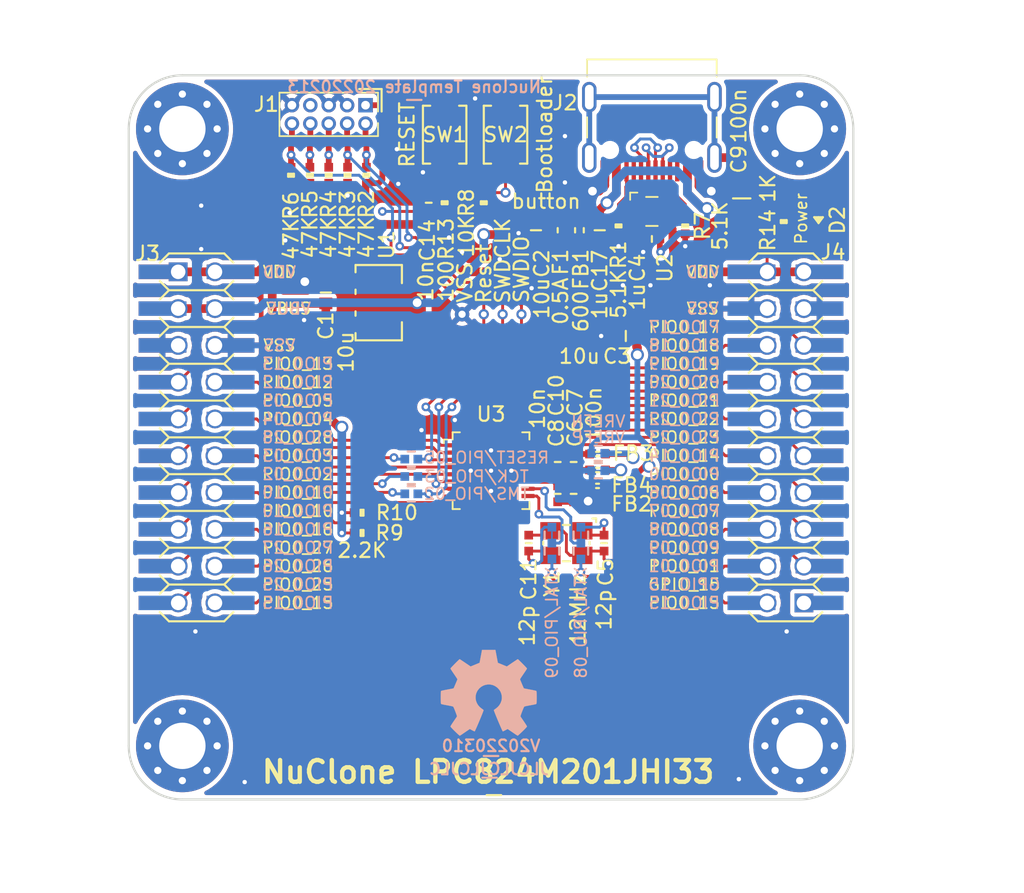
<source format=kicad_pcb>
(kicad_pcb (version 20211014) (generator pcbnew)
  (layers (0 "F.Cu" signal) (31 "B.Cu" signal) (34 "B.Paste" user) (35 "F.Paste" user) (36 "B.SilkS" user "B.Silkscreen") (37 "F.SilkS" user "F.Silkscreen") (38 "B.Mask" user) (39 "F.Mask" user) (44 "Edge.Cuts" user))
  (net 0 "")
  (net 1 "/VBUS")
  (net 2 "Net-(F1-Pad2)")
  (net 3 "/VDD")
  (net 4 "Net-(C9-Pad2)")
  (net 5 "/VSS")
  (net 7 "/GPIO_28")
  (net 8 "/GPIO_29")
  (net 9 "/TMS")
  (net 10 "/TCK")
  (net 11 "/TDO")
  (net 12 "/TDI")
  (net 13 "/RESET")
  (net 14 "Net-(R13-Pad2)")
  (net 15 "Net-(D2-Pad2)")
  (net 16 "Net-(J2-PadB5)")
  (net 19 "Net-(J2-PadA5)")
  (net 20 "/Bootloader")
  (net 21 "/GPIO_20")
  (net 22 "/GPIO_23")
  (net 23 "/GPIO_27")
  (net 24 "/GPIO_16")
  (net 25 "/GPIO_21")
  (net 26 "/GPIO_19")
  (net 27 "/GPIO_17")
  (net 28 "/GPIO_18")
  (net 29 "/GPIO_15")
  (net 30 "/GPIO_14")
  (net 31 "/GPIO_22")
  (net 32 "/GPIO_24")
  (net 33 "/GPIO_25")
  (net 34 "/GPIO_26")
  (net 35 "/GPIO_13")
  (net 36 "/GPIO_12")
  (net 37 "/GPIO_11")
  (net 38 "/GPIO_10")
  (net 39 "/GPIO_09")
  (net 40 "/GPIO_08")
  (net 41 "/GPIO_07")
  (net 42 "/GPIO_06")
  (net 43 "/GPIO_05")
  (net 44 "/GPIO_04")
  (net 45 "/GPIO_03")
  (net 46 "/GPIO_02")
  (net 47 "/GPIO_01")
  (net 48 "/GPIO_00")
  (net 49 "/VUSB")
  (net 50 "/DP")
  (net 51 "/DN")
  (net 54 "/microcontroller/XTAL_IN")
  (net 55 "Net-(C6-Pad1)")
  (net 56 "Net-(C10-Pad2)")
  (net 57 "Net-(C10-Pad1)")
  (net 58 "/microcontroller/XTAL_OUT")
  (net 59 "Net-(C5-Pad1)")
  (net 60 "Net-(C11-Pad1)")
  (net 61 "/microcontroller/VDDA")
  (net 62 "/microcontroller/VSSA")
  (footprint "MountingHole:MountingHole_3.2mm_M3_Pad_Via" (layer "F.Cu") (at 63.7 64.7)
    (fp_text reference "H1" hide)
    (fp_text value "MountingHole" hide)
  )
  (footprint "MountingHole:MountingHole_3.2mm_M3_Pad_Via" (layer "F.Cu") (at 106.3 64.7)
    (fp_text reference "H2" hide)
    (fp_text value "MountingHole" hide)
  )
  (footprint "MountingHole:MountingHole_3.2mm_M3_Pad_Via" (layer "F.Cu") (at 63.7 107.3)
    (fp_text reference "H4" hide)
    (fp_text value "MountingHole" hide)
  )
  (footprint "SquantorLabels:Label_Generic" (layer "F.Cu") (at 85.2 110.1)
    (fp_text reference "N4" hide)
    (fp_text value "NuClone LPC824M201JHI33")
  )
  (footprint "MountingHole:MountingHole_3.2mm_M3_Pad_Via" (layer "F.Cu") (at 106.3 107.3)
    (fp_text reference "H3" hide)
    (fp_text value "MountingHole" hide)
  )
  (footprint "SquantorConnectorsNamed:nuclone_small_right_stacked" (layer "F.Cu") (at 105.32 86 90)
    (fp_text reference "J4")
    (fp_text value "nuclone_small_right")
  )
  (footprint "SquantorConnectorsNamed:nuclone_small_left_stacked" (layer "F.Cu") (at 64.68 86 -90)
    (fp_text reference "J3")
    (fp_text value "nuclone_small_left")
  )
  (footprint "SquantorRcl:R_0402_hand" (layer "F.Cu") (at 105.2 71.1 -90)
    (fp_text reference "R14")
    (fp_text value "1K")
  )
  (footprint "SquantorSwitches:TD-85XU" (layer "F.Cu") (at 86 65.1 -90)
    (fp_text reference "SW2")
    (fp_text value "Bootloader")
  )
  (footprint "SquantorTestPoints:TestPoint_hole_H04R07" (layer "F.Cu") (at 86 69.1)
    (fp_text reference "TP4")
    (fp_text value "button")
  )
  (footprint "SquantorRcl:R_0402_hand" (layer "F.Cu") (at 75.1 67.9 -90)
    (fp_text reference "R3")
    (fp_text value "47K")
  )
  (footprint "SquantorRcl:C_0603" (layer "F.Cu") (at 94.3 79 180)
    (fp_text reference "C3")
    (fp_text value "10u")
  )
  (footprint "SquantorRcl:C_0805" (layer "F.Cu") (at 102.3 69.5 90)
    (fp_text reference "C9")
    (fp_text value "100n")
  )
  (footprint "SquantorRcl:R_0402_hand" (layer "F.Cu") (at 81.8 69.8 90)
    (fp_text reference "R13")
    (fp_text value "100")
  )
  (footprint "SquantorRcl:R_0402_hand" (layer "F.Cu") (at 84.5 69.8 -90)
    (fp_text reference "R8")
    (fp_text value "10K")
  )
  (footprint "SquantorRcl:R_0402_hand" (layer "F.Cu") (at 98.4 71.4 90)
    (fp_text reference "R7")
    (fp_text value "5.1K")
  )
  (footprint "SquantorRcl:R_0402_hand" (layer "F.Cu") (at 76.4 67.9 -90)
    (fp_text reference "R2")
    (fp_text value "47K")
  )
  (footprint "SquantorRcl:R_0402_hand" (layer "F.Cu") (at 73.8 67.9 -90)
    (fp_text reference "R4")
    (fp_text value "47K")
  )
  (footprint "SquantorRcl:R_0402_hand" (layer "F.Cu") (at 72.5 67.9 -90)
    (fp_text reference "R5")
    (fp_text value "47K")
  )
  (footprint "SquantorRcl:R_0402_hand" (layer "F.Cu") (at 93.8 71.4 90)
    (fp_text reference "R1")
    (fp_text value "5.1K")
  )
  (footprint "SquantorConnectors:Header-0127-2X05-H006" (layer "F.Cu") (at 73.8 63.7 180)
    (fp_text reference "J1")
    (fp_text value "JTAG_2X05")
  )
  (footprint "SquantorIC:SOT89-NXP" (layer "F.Cu") (at 76.9 76.7 -90)
    (fp_text reference "U1")
    (fp_text value "MCP1702-MB")
  )
  (footprint "SquantorRcl:C_0603" (layer "F.Cu") (at 92.5 71.7 90)
    (fp_text reference "C17")
    (fp_text value "1u")
  )
  (footprint "SquantorSwitches:TD-85XU" (layer "F.Cu") (at 81.8 65.1 -90)
    (fp_text reference "SW1")
    (fp_text value "RESET")
  )
  (footprint "SquantorDiodes:LED_0603_hand" (layer "F.Cu") (at 107.6 71 90)
    (fp_text reference "D2")
    (fp_text value "GREEN")
  )
  (footprint "SquantorRcl:F_0603_hand" (layer "F.Cu") (at 89.6 71.7 -90)
    (fp_text reference "F1")
    (fp_text value "0.5A")
  )
  (footprint "SquantorRcl:C_0603" (layer "F.Cu") (at 88.1 71.7 90)
    (fp_text reference "C2")
    (fp_text value "10u")
  )
  (footprint "SquantorRcl:C_0603" (layer "F.Cu") (at 73.6 76 90)
    (fp_text reference "C1")
    (fp_text value "10u")
  )
  (footprint "SquantorRcl:R_0402_hand" (layer "F.Cu") (at 71.2 67.9 -90)
    (fp_text reference "R6")
    (fp_text value "47K")
  )
  (footprint "SquantorRcl:C_0402" (layer "F.Cu") (at 80.7 69.8 -90)
    (fp_text reference "C14")
    (fp_text value "10n")
  )
  (footprint "SquantorRcl:L_0603" (layer "F.Cu") (at 91.1 71.7 90)
    (fp_text reference "FB1")
    (fp_text value "600")
  )
  (footprint "SquantorTestPoints:TestPoint_hole_H05R10" (layer "F.Cu") (at 83 77.5)
    (fp_text reference "TP3")
    (fp_text value "VSS")
  )
  (footprint "SquantorTestPoints:TestPoint_hole_H04R07" (layer "F.Cu") (at 84.5 77.5)
    (fp_text reference "TP5")
    (fp_text value "Reset")
  )
  (footprint "SquantorTestPoints:TestPoint_hole_H04R07" (layer "F.Cu") (at 87.1 77.5)
    (fp_text reference "TP1")
    (fp_text value "SWDIO")
  )
  (footprint "SquantorTestPoints:TestPoint_hole_H04R07" (layer "F.Cu") (at 85.8 77.5)
    (fp_text reference "TP2")
    (fp_text value "SWDCLK")
  )
  (footprint "SquantorUsb:USB-C-HRO-31-M-12" (layer "F.Cu") (at 96.1 67.6 180)
    (fp_text reference "J2")
    (fp_text value "TYPE-C-31-M-12")
  )
  (footprint "SquantorRcl:C_0402" (layer "F.Cu") (at 96.1 72.3 180)
    (fp_text reference "C4")
    (fp_text value "1u")
  )
  (footprint "SquantorIC:SOT363-ONsemi" (layer "F.Cu") (at 96.1 70.4)
    (fp_text reference "U2")
    (fp_text value "TPESD0504C6")
  )
  (footprint "SquantorRcl:C_0402" (layer "F.Cu") (at 92.8 93.3 -90)
    (fp_text reference "C5")
    (fp_text value "12p")
  )
  (footprint "SquantorRcl:C_0402" (layer "F.Cu") (at 90.7 89.9 -90)
    (fp_text reference "C6")
    (fp_text value "100n")
  )
  (footprint "SquantorRcl:C_0402" (layer "F.Cu") (at 90.7 87.7 -90)
    (fp_text reference "C7")
    (fp_text value "100n")
  )
  (footprint "SquantorRcl:C_0402" (layer "F.Cu") (at 89.6 89.9 -90)
    (fp_text reference "C8")
    (fp_text value "10n")
  )
  (footprint "SquantorRcl:C_0402" (layer "F.Cu") (at 89.6 87.7 -90)
    (fp_text reference "C10")
    (fp_text value "10n")
  )
  (footprint "SquantorRcl:C_0402" (layer "F.Cu") (at 87.6 93.3 90)
    (fp_text reference "C11")
    (fp_text value "12p")
  )
  (footprint "SquantorRcl:L_0402" (layer "F.Cu") (at 92.35 89.35)
    (fp_text reference "FB2")
    (fp_text value "600")
  )
  (footprint "SquantorRcl:L_0402" (layer "F.Cu") (at 92.35 87.15)
    (fp_text reference "FB3")
    (fp_text value "600")
  )
  (footprint "SquantorRcl:L_0402" (layer "F.Cu") (at 92.35 88.25)
    (fp_text reference "FB4")
    (fp_text value "600")
  )
  (footprint "SquantorRcl:R_0402_hand" (layer "F.Cu") (at 76.1 92.6 180)
    (fp_text reference "R9")
    (fp_text value "2.2K")
  )
  (footprint "SquantorRcl:R_0402_hand" (layer "F.Cu") (at 76.1 91.2 180)
    (fp_text reference "R10")
    (fp_text value "2.2K")
  )
  (footprint "SquantorIC:SOT617-3_alt_paste" (layer "F.Cu") (at 85 88.3)
    (fp_text reference "U3")
    (fp_text value "LPC824M201JHI33")
  )
  (footprint "SquantorCrystal:Crystal_3225_4" (layer "F.Cu") (at 90.2 93.3 180)
    (fp_text reference "Y1")
    (fp_text value "12MHz")
  )
  (footprint "Symbols:OSHW-Symbol_6.7x6mm_SilkScreen" (layer "B.Cu") (at 84.85 103.65 180)
    (fp_text reference "N1" hide)
    (fp_text value "OHWLOGO" hide)
  )
  (footprint "SquantorLabels:Label_Generic" (layer "B.Cu") (at 84.9 108.9 180)
    (fp_text reference "N3" hide)
    (fp_text value "JLCJLCJLCJLC")
  )
  (footprint "SquantorLabels:Label_Generic" (layer "B.Cu") (at 85 107.4 180)
    (fp_text reference "N2" hide)
    (fp_text value "V20220310")
  )
  (footprint "SquantorLabels:Label_Generic" (layer "B.Cu") (at 79.7 62.1 180)
    (fp_text reference "N5" hide)
    (fp_text value "Nuclone Template 20220213")
  )
  (footprint "SquantorSpecial:solder_jumper_0402_2way_noconn" (layer "B.Cu") (at 79.5 89.9)
    (fp_text reference "JP1")
    (fp_text value "TMS/PIO_02")
  )
  (footprint "SquantorSpecial:solder_jumper_0402_2way_noconn" (layer "B.Cu") (at 79.5 88.7)
    (fp_text reference "JP2")
    (fp_text value "TCK/PIO_03")
  )
  (footprint "SquantorSpecial:solder_jumper_0402_2way_noconn" (layer "B.Cu") (at 79.5 87.5)
    (fp_text reference "JP3")
    (fp_text value "RESET/PIO_05")
  )
  (footprint "SquantorSpecial:solder_jumper_0402_3way_12conn" (layer "B.Cu") (at 91.2 93.3 -90)
    (fp_text reference "JP4")
    (fp_text value "XTAL/PIO_08")
  )
  (footprint "SquantorSpecial:solder_jumper_0402_3way_12conn" (layer "B.Cu") (at 89.2 93.3 -90)
    (fp_text reference "JP5")
    (fp_text value "XTAL/PIO_09")
  )
  (footprint "SquantorSpecial:solder_jumper_0402_2way_conn" (layer "B.Cu") (at 92.4 87.1)
    (fp_text reference "JP6")
    (fp_text value "VREFP")
  )
  (footprint "SquantorSpecial:solder_jumper_0402_2way_conn" (layer "B.Cu") (at 92.4 88.3)
    (fp_text reference "JP7")
    (fp_text value "VREFN")
  )
  (gr_line (start 77.45 61.95) (end 75.9 61.95) (layer "F.SilkS") (width 0.15))
  (gr_line (start 77.45 61.95) (end 77.45 63.5) (layer "F.SilkS") (width 0.15))
  (gr_arc (start 110 107.3) (mid 108.916295 109.916295) (end 106.3 111) (layer "Edge.Cuts") (width 0.15))
  (gr_arc (start 63.7 111) (mid 61.083705 109.916295) (end 60 107.3) (layer "Edge.Cuts") (width 0.15))
  (gr_line (start 60 64.7) (end 60 107.3) (layer "Edge.Cuts") (width 0.15))
  (gr_line (start 106.3 61) (end 63.7 61) (layer "Edge.Cuts") (width 0.15))
  (gr_line (start 110 107.3) (end 110 64.7) (layer "Edge.Cuts") (width 0.15))
  (gr_arc (start 106.3 61) (mid 108.916295 62.083705) (end 110 64.7) (layer "Edge.Cuts") (width 0.15))
  (gr_line (start 63.7 111) (end 106.3 111) (layer "Edge.Cuts") (width 0.15))
  (gr_arc (start 60 64.7) (mid 61.083705 62.083705) (end 63.7 61) (layer "Edge.Cuts") (width 0.15))
  (gr_text "Power" (at 106.4 70.9 90) (layer "F.SilkS") (effects (font (size 0.8 0.8) (thickness 0.12))))
  (segment (start 89.6 70.95) (end 88.1 70.95) (width 0.6) (layer "F.Cu") (net 1))
  (segment (start 77.5 76.7) (end 79.9 76.7) (width 0.6) (layer "F.Cu") (net 1))
  (segment (start 88.1 70.95) (end 86.65 70.95) (width 0.6) (layer "F.Cu") (net 1))
  (segment (start 62.33 77.11) (end 67.03 77.11) (width 0.6) (layer "F.Cu") (net 1))
  (segment (start 86.65 70.95) (end 85.6 72) (width 0.6) (layer "F.Cu") (net 1))
  (segment (start 85.6 72) (end 84.5 72) (width 0.6) (layer "F.Cu") (net 1))
  (via (at 79.9 76.7) (size 0.9) (drill 0.6) (layers "F.Cu" "B.Cu") (net 1))
  (via (at 84.5 72) (size 0.9) (drill 0.6) (layers "F.Cu" "B.Cu") (net 1))
  (segment (start 79.9 76.7) (end 79.87 76.67) (width 0.6) (layer "B.Cu") (net 1))
  (segment (start 81.3 76.7) (end 79.9 76.7) (width 0.6) (layer "B.Cu") (net 1))
  (segment (start 79.9 76.7) (end 69.4 76.7) (width 0.6) (layer "B.Cu") (net 1))
  (segment (start 69.4 76.7) (end 68.99 77.11) (width 0.6) (layer "B.Cu") (net 1))
  (segment (start 84.5 72) (end 84.5 73.5) (width 0.6) (layer "B.Cu") (net 1))
  (segment (start 84.5 73.5) (end 81.3 76.7) (width 0.6) (layer "B.Cu") (net 1))
  (segment (start 68.99 77.11) (end 67.03 77.11) (width 0.6) (layer "B.Cu") (net 1))
  (segment (start 91.1 72.45) (end 89.6 72.45) (width 0.6) (layer "F.Cu") (net 2))
  (segment (start 72.5 68.45) (end 72.5 69.8) (width 0.4) (layer "F.Cu") (net 3))
  (segment (start 73.7 69.8) (end 73.8 69.9) (width 0.4) (layer "F.Cu") (net 3))
  (segment (start 72.5 69.8) (end 73.7 69.8) (width 0.4) (layer "F.Cu") (net 3))
  (segment (start 71.6 69.8) (end 72.5 69.8) (width 0.4) (layer "F.Cu") (net 3))
  (segment (start 74.1 78.2) (end 73.6 77.7) (width 0.6) (layer "F.Cu") (net 3))
  (segment (start 73.6 77.7) (end 73.6 76.75) (width 0.6) (layer "F.Cu") (net 3))
  (segment (start 75.15 78.2) (end 74.1 78.2) (width 0.6) (layer "F.Cu") (net 3))
  (segment (start 79.85 71.3) (end 76.3 71.3) (width 0.6) (layer "F.Cu") (net 3))
  (segment (start 73.8 68.45) (end 73.8 69.9) (width 0.4) (layer "F.Cu") (net 3))
  (segment (start 71.2 68.45) (end 71.2 69.4) (width 0.4) (layer "F.Cu") (net 3))
  (segment (start 73.8 69.9) (end 73.8 71.3) (width 0.4) (layer "F.Cu") (net 3))
  (segment (start 81.025 72.475) (end 79.85 71.3) (width 0.6) (layer "F.Cu") (net 3))
  (segment (start 71.2 69.4) (end 71.6 69.8) (width 0.4) (layer "F.Cu") (net 3))
  (segment (start 76.4 71.2) (end 76.3 71.3) (width 0.4) (layer "F.Cu") (net 3))
  (segment (start 76.4 68.45) (end 76.4 71.2) (width 0.4) (layer "F.Cu") (net 3))
  (segment (start 76.3 71.3) (end 73.8 71.3) (width 0.6) (layer "F.Cu") (net 3))
  (segment (start 73.6 76.75) (end 69.95 76.75) (width 0.6) (layer "F.Cu") (net 3))
  (segment (start 95.05 79) (end 95.05 74.69) (width 0.6) (layer "F.Cu") (net 3))
  (segment (start 73.8 71.3) (end 70.5 71.3) (width 0.6) (layer "F.Cu") (net 3))
  (segment (start 62.33 74.57) (end 67.03 74.57) (width 0.6) (layer "F.Cu") (net 3))
  (segment (start 74.7 85.3) (end 74.5 85.3) (width 0.6) (layer "F.Cu") (net 3))
  (segment (start 77.5 63.2) (end 77.5 68.2) (width 0.4) (layer "F.Cu") (net 3))
  (segment (start 68.93 74.57) (end 69.1 74.4) (width 0.6) (layer "F.Cu") (net 3))
  (segment (start 75.55 92.6) (end 74.7 92.6) (width 0.2) (layer "F.Cu") (net 3))
  (segment (start 95.05 74.69) (end 95.17 74.57) (width 0.6) (layer "F.Cu") (net 3))
  (segment (start 95.17 74.57) (end 94.73 74.57) (width 0.6) (layer "F.Cu") (net 3))
  (segment (start 76.4 68.45) (end 77.25 68.45) (width 0.4) (layer "F.Cu") (net 3))
  (segment (start 95.6 88) (end 94.25 89.35) (width 0.4) (layer "F.Cu") (net 3))
  (segment (start 69.9 71.9) (end 69.9 74.4) (width 0.6) (layer "F.Cu") (net 3))
  (segment (start 77.365 63.065) (end 77.5 63.2) (width 0.4) (layer "F.Cu") (net 3))
  (segment (start 95.1 80.3) (end 95.1 79.8) (width 0.6) (layer "F.Cu") (net 3))
  (segment (start 74.5 85.3) (end 69.9 80.7) (width 0.6) (layer "F.Cu") (net 3))
  (segment (start 69.95 76.75) (end 69.9 76.8) (width 0.6) (layer "F.Cu") (net 3))
  (segment (start 69.9 80.7) (end 69.9 76.8) (width 0.6) (layer "F.Cu") (net 3))
  (segment (start 69.1 74.4) (end 69.9 74.4) (width 0.6) (layer "F.Cu") (net 3))
  (segment (start 107.67 74.57) (end 102.97 74.57) (width 0.6) (layer "F.Cu") (net 3))
  (segment (start 69.9 75.9) (end 69.9 74.4) (width 0.6) (layer "F.Cu") (net 3))
  (segment (start 95.1 79.8) (end 95.05 79.75) (width 0.6) (layer "F.Cu") (net 3))
  (segment (start 67.03 74.57) (end 68.93 74.57) (width 0.6) (layer "F.Cu") (net 3))
  (segment (start 76.34 63.065) (end 77.365 63.065) (width 0.4) (layer "F.Cu") (net 3))
  (segment (start 70.5 71.3) (end 69.9 71.9) (width 0.6) (layer "F.Cu") (net 3))
  (segment (start 94.73 74.57) (end 83.12 74.57) (width 0.6) (layer "F.Cu") (net 3))
  (segment (start 102.97 74.57) (end 95.17 74.57) (width 0.6) (layer "F.Cu") (net 3))
  (segment (start 84.5 70.35) (end 84.5 70.8) (width 0.2) (layer "F.Cu") (net 3))
  (segment (start 104.05 73.45) (end 104.05 74.57) (width 0.2) (layer "F.Cu") (net 3))
  (segment (start 83.12 74.57) (end 81.025 72.475) (width 0.6) (layer "F.Cu") (net 3))
  (segment (start 75.55 91.2) (end 74.7 91.2) (width 0.2) (layer "F.Cu") (net 3))
  (segment (start 94.25 89.35) (end 92.9 89.35) (width 0.4) (layer "F.Cu") (net 3))
  (segment (start 77.5 68.2) (end 77.25 68.45) (width 0.4) (layer "F.Cu") (net 3))
  (segment (start 95.05 79.75) (end 95.05 79) (width 0.6) (layer "F.Cu") (net 3))
  (segment (start 95.9 88) (end 95.6 88) (width 0.4) (layer "F.Cu") (net 3))
  (segment (start 84.5 70.8) (end 81.925 73.375) (width 0.2) (layer "F.Cu") (net 3))
  (segment (start 69.9 76.8) (end 69.9 75.9) (width 0.6) (layer "F.Cu") (net 3))
  (segment (start 105.2 72.3) (end 104.05 73.45) (width 0.2) (layer "F.Cu") (net 3))
  (segment (start 105.2 71.65) (end 105.2 72.3) (width 0.2) (layer "F.Cu") (net 3))
  (via (at 95.9 88) (size 0.9) (drill 0.6) (layers "F.Cu" "B.Cu") (net 3))
  (via (at 95.1 80.3) (size 0.9) (drill 0.6) (layers "F.Cu" "B.Cu") (net 3))
  (via (at 74.7 91.2) (size 0.6) (drill 0.3) (layers "F.Cu" "B.Cu") (net 3))
  (via (at 74.7 92.6) (size 0.6) (drill 0.3) (layers "F.Cu" "B.Cu") (net 3))
  (via (at 74.7 85.3) (size 0.9) (drill 0.6) (layers "F.Cu" "B.Cu") (net 3))
  (segment (start 95.9 88) (end 95.9 86.7) (width 0.4) (layer "B.Cu") (net 3))
  (segment (start 95.1 80.3) (end 95.1 85.9) (width 0.4) (layer "B.Cu") (net 3))
  (segment (start 92.55 86) (end 95.2 86) (width 0.4) (layer "B.Cu") (net 3))
  (segment (start 74.7 85.3) (end 74.7 91.2) (width 0.6) (layer "B.Cu") (net 3))
  (segment (start 91.95 86.6) (end 92.55 86) (width 0.4) (layer "B.Cu") (net 3))
  (segment (start 74.7 91.2) (end 74.7 92.6) (width 0.6) (layer "B.Cu") (net 3))
  (segment (start 95.9 86.7) (end 95.2 86) (width 0.4) (layer "B.Cu") (net 3))
  (segment (start 95.1 85.9) (end 95.2 86) (width 0.4) (layer "B.Cu") (net 3))
  (segment (start 91.95 87.1) (end 91.95 86.6) (width 0.4) (layer "B.Cu") (net 3))
  (segment (start 102.3 67) (end 102.3 68.5) (width 0.6) (layer "F.Cu") (net 4))
  (segment (start 100.42 66.685) (end 101.985 66.685) (width 0.6) (layer "F.Cu") (net 4))
  (segment (start 101.985 66.685) (end 102.3 67) (width 0.6) (layer "F.Cu") (net 4))
  (segment (start 100.42 62.505) (end 100.42 66.685) (width 0.4) (layer "B.Cu") (net 4))
  (segment (start 91.78 62.505) (end 100.42 62.505) (width 0.4) (layer "B.Cu") (net 4))
  (segment (start 91.78 66.685) (end 91.78 62.505) (width 0.4) (layer "B.Cu") (net 4))
  (segment (start 80.3 68.1) (end 80.3 67.7) (width 0.2) (layer "F.Cu") (net 5))
  (segment (start 72.15 75.25) (end 73.6 75.25) (width 0.6) (layer "F.Cu") (net 5))
  (segment (start 74.3 75.2) (end 74.25 75.25) (width 0.6) (layer "F.Cu") (net 5))
  (segment (start 74.25 75.25) (end 73.6 75.25) (width 0.6) (layer "F.Cu") (net 5))
  (segment (start 75.15 75.2) (end 74.3 75.2) (width 0.6) (layer "F.Cu") (net 5))
  (segment (start 100.2 69) (end 99.7 69) (width 0.6) (layer "F.Cu") (net 5))
  (segment (start 99.7 69) (end 99.35 68.65) (width 0.6) (layer "F.Cu") (net 5))
  (segment (start 80.7 68.5) (end 80.3 68.1) (width 0.2) (layer "F.Cu") (net 5))
  (segment (start 80.7 69.25) (end 80.7 68.5) (width 0.2) (layer "F.Cu") (net 5))
  (segment (start 99.35 68.65) (end 99.35 67.6) (width 0.6) (layer "F.Cu") (net 5))
  (segment (start 92 69) (end 92.45 69) (width 0.6) (layer "F.Cu") (net 5))
  (segment (start 92.45 69) (end 92.85 68.6) (width 0.6) (layer "F.Cu") (net 5))
  (segment (start 92.85 68.6) (end 92.85 67.6) (width 0.6) (layer "F.Cu") (net 5))
  (segment (start 86 62.6) (end 83.9 62.6) (width 0.4) (layer "F.Cu") (net 5))
  (segment (start 81.8 62.6) (end 83.9 62.6) (width 0.4) (layer "F.Cu") (net 5))
  (segment (start 75.1 68.45) (end 75.1 69.3) (width 0.4) (layer "F.Cu") (net 5))
  (segment (start 95.55 72.3) (end 95.55 73.15) (width 0.4) (layer "F.Cu") (net 5))
  (segment (start 95.7 70.4) (end 95.9 70.6) (width 0.2) (layer "F.Cu") (net 5))
  (segment (start 91.3 94.15) (end 90.75 94.15) (width 0.2) (layer "F.Cu") (net 5))
  (segment (start 95.18 70.4) (end 95.7 70.4) (width 0.2) (layer "F.Cu") (net 5))
  (segment (start 93.15 72.45) (end 92.5 72.45) (width 0.4) (layer "F.Cu") (net 5))
  (segment (start 93.5 72.8) (end 93.15 72.45) (width 0.4) (layer "F.Cu") (net 5))
  (segment (start 89.6 90.45) (end 90.7 90.45) (width 0.4) (layer "F.Cu") (net 5))
  (segment (start 86.9 71.9) (end 87.45 72.45) (width 0.4) (layer "F.Cu") (net 5))
  (segment (start 95.9 70.6) (end 95.9 71.5) (width 0.2) (layer "F.Cu") (net 5))
  (segment (start 93.8 72.8) (end 93.5 72.8) (width 0.4) (layer "F.Cu") (net 5))
  (segment (start 95.55 71.85) (end 95.55 72.3) (width 0.2) (layer "F.Cu") (net 5))
  (segment (start 92.8 93.85) (end 91.6 93.85) (width 0.2) (layer "F.Cu") (net 5))
  (segment (start 91.65 90.45) (end 91.7 90.4) (width 0.4) (layer "F.Cu") (net 5))
  (segment (start 90.7 90.45) (end 91.65 90.45) (width 0.4) (layer "F.Cu") (net 5))
  (segment (start 92.8 94.4) (end 92.8 93.85) (width 0.2) (layer "F.Cu") (net 5))
  (segment (start 87.6 92.75) (end 88.8 92.75) (width 0.2) (layer "F.Cu") (net 5))
  (segment (start 88.8 92.75) (end 89.1 92.45) (width 0.2) (layer "F.Cu") (net 5))
  (segment (start 91.6 93.85) (end 91.3 94.15) (width 0.2) (layer "F.Cu") (net 5))
  (segment (start 93.1 94.7) (end 92.8 94.4) (width 0.2) (layer "F.Cu") (net 5))
  (segment (start 90.2 93.9) (end 90.2 92.7) (width 0.2) (layer "F.Cu") (net 5))
  (segment (start 93.8 71.95) (end 93.8 72.8) (width 0.2) (layer "F.Cu") (net 5))
  (segment (start 95.55 73.15) (end 95.5 73.2) (width 0.4) (layer "F.Cu") (net 5))
  (segment (start 91.3 94.15) (end 90.45 94.15) (width 0.2) (layer "F.Cu") (net 5))
  (segment (start 90.45 94.15) (end 90.2 93.9) (width 0.2) (layer "F.Cu") (net 5))
  (segment (start 98.4 71.95) (end 98.4 72.8) (width 0.2) (layer "F.Cu") (net 5))
  (segment (start 87.45 72.45) (end 88.1 72.45) (width 0.4) (layer "F.Cu") (net 5))
  (segment (start 90.2 92.7) (end 89.95 92.45) (width 0.2) (layer "F.Cu") (net 5))
  (segment (start 95.9 71.5) (end 95.55 71.85) (width 0.2) (layer "F.Cu") (net 5))
  (segment (start 89.95 92.45) (end 89.1 92.45) (width 0.2) (layer "F.Cu") (net 5))
  (via (at 78.6 68.5) (size 0.6) (drill 0.3) (layers "F.Cu" "B.Cu") (net 5))
  (via (at 87.8 75.7) (size 0.6) (drill 0.3) (layers "F.Cu" "B.Cu") (net 5))
  (via (at 96 75.5) (size 0.6) (drill 0.3) (layers "F.Cu" "B.Cu") (net 5))
  (via (at 100.1 75.5) (size 0.6) (drill 0.3) (layers "F.Cu" "B.Cu") (net 5))
  (via (at 90.1 68.4) (size 0.6) (drill 0.3) (layers "F.Cu" "B.Cu") (net 5))
  (via (at 90.1 65.2) (size 0.6) (drill 0.3) (layers "F.Cu" "B.Cu") (net 5))
  (via (at 78.5 66.1) (size 0.6) (drill 0.3) (layers "F.Cu" "B.Cu") (net 5))
  (via (at 71.1 70.5) (size 0.6) (drill 0.3) (layers "F.Cu" "B.Cu") (net 5))
  (via (at 72.1 77.9) (size 0.6) (drill 0.3) (layers "F.Cu" "B.Cu") (net 5))
  (via (at 70.8 72.4) (size 0.6) (drill 0.3) (layers "F.Cu" "B.Cu") (net 5))
  (via (at 72.15 75.25) (size 0.9) (drill 0.6) (layers "F.Cu" "B.Cu") (net 5))
  (via (at 100.2 69) (size 0.9) (drill 0.6) (layers "F.Cu" "B.Cu") (net 5))
  (via (at 80.3 67.7) (size 0.6) (drill 0.3) (layers "F.Cu" "B.Cu") (net 5))
  (via (at 92 69) (size 0.9) (drill 0.6) (layers "F.Cu" "B.Cu") (net 5))
  (via (at 83.9 62.6) (size 0.6) (drill 0.3) (layers "F.Cu" "B.Cu") (net 5))
  (via (at 75.1 69.3) (size 0.6) (drill 0.3) (layers "F.Cu" "B.Cu") (net 5))
  (via (at 83 73.2) (size 0.6) (drill 0.3) (layers "F.Cu" "B.Cu") (net 5))
  (via (at 82.1 72.2) (size 0.6) (drill 0.3) (layers "F.Cu" "B.Cu") (net 5))
  (via (at 85.6 73.7) (size 0.6) (drill 0.3) (layers "F.Cu" "B.Cu") (net 5))
  (via (at 64.6 99.4) (size 0.6) (drill 0.3) (layers "F.Cu" "B.Cu") (net 5))
  (via (at 105.4 99.4) (size 0.6) (drill 0.3) (layers "F.Cu" "B.Cu") (net 5))
  (via (at 102.1 109.6) (size 0.6) (drill 0.3) (layers "F.Cu" "B.Cu") (net 5))
  (via (at 68 109.8) (size 0.6) (drill 0.3) (layers "F.Cu" "B.Cu") (net 5))
  (via (at 94.1 75.5) (size 0.6) (drill 0.3) (layers "F.Cu" "B.Cu") (net 5))
  (via (at 92.6 79) (size 0.6) (drill 0.3) (layers "F.Cu" "B.Cu") (net 5))
  (via (at 98.4 72.8) (size 0.6) (drill 0.3) (layers "F.Cu" "B.Cu") (net 5))
  (via (at 85 86.9) (size 0.6) (drill 0.3) (layers "F.Cu" "B.Cu") (net 5))
  (via (at 93.8 72.8) (size 0.6) (drill 0.3) (layers "F.Cu" "B.Cu") (net 5))
  (via (at 86.9 71.9) (size 0.6) (drill 0.3) (layers "F.Cu" "B.Cu") (net 5))
  (via (at 93.1 94.7) (size 0.6) (drill 0.3) (layers "F.Cu" "B.Cu") (net 5))
  (via (at 91.7 90.4) (size 0.9) (drill 0.6) (layers "F.Cu" "B.Cu") (net 5))
  (via (at 86.4 88.3) (size 0.6) (drill 0.3) (layers "F.Cu" "B.Cu") (net 5))
  (via (at 65 70) (size 0.6) (drill 0.3) (layers "F.Cu" "B.Cu") (net 5))
  (via (at 85 89.7) (size 0.6) (drill 0.3) (layers "F.Cu" "B.Cu") (net 5))
  (via (at 80.2 85.5) (size 0.6) (drill 0.3) (layers "F.Cu" "B.Cu") (net 5))
  (via (at 95.5 73.2) (size 0.6) (drill 0.3) (layers "F.Cu" "B.Cu") (net 5))
  (via (at 82.5 84.8) (size 0.6) (drill 0.3) (layers "F.Cu" "B.Cu") (net 5))
  (via (at 65 73) (size 0.6) (drill 0.3) (layers "F.Cu" "B.Cu") (net 5))
  (via (at 83.6 88.3) (size 0.6) (drill 0.3) (layers "F.Cu" "B.Cu") (net 5))
  (via (at 85 88.3) (size 0.6) (drill 0.3) (layers "F.Cu" "B.Cu") (net 5))
  (segment (start 91.95 90.15) (end 91.7 90.4) (width 0.4) (layer "B.Cu") (net 5))
  (segment (start 91.95 88.3) (end 91.95 90.15) (width 0.4) (layer "B.Cu") (net 5))
  (segment (start 83.75 85.75) (end 83.75 83.75) (width 0.2) (layer "F.Cu") (net 7))
  (segment (start 101.15 79.65) (end 102.97 79.65) (width 0.2) (layer "F.Cu") (net 7))
  (segment (start 83.75 83.75) (end 85.8 81.7) (width 0.2) (layer "F.Cu") (net 7))
  (segment (start 85.8 81.7) (end 99.1 81.7) (width 0.2) (layer "F.Cu") (net 7))
  (segment (start 99.1 81.7) (end 101.15 79.65) (width 0.2) (layer "F.Cu") (net 7))
  (segment (start 83.25 83.55) (end 85.6 81.2) (width 0.2) (layer "F.Cu") (net 8))
  (segment (start 85.6 81.2) (end 98.4 81.2) (width 0.2) (layer "F.Cu") (net 8))
  (segment (start 83.25 85.75) (end 83.25 83.55) (width 0.2) (layer "F.Cu") (net 8))
  (segment (start 98.4 81.2) (end 101.2 78.4) (width 0.2) (layer "F.Cu") (net 8))
  (segment (start 101.2 78.4) (end 105.34 78.4) (width 0.2) (layer "F.Cu") (net 8))
  (segment (start 105.34 78.4) (end 106.59 79.65) (width 0.2) (layer "F.Cu") (net 8))
  (segment (start 76.4 65.65) (end 76.4 66.5) (width 0.4) (layer "F.Cu") (net 9))
  (segment (start 76.4 67.35) (end 76.4 66.5) (width 0.4) (layer "F.Cu") (net 9))
  (segment (start 76.34 65.59) (end 76.4 65.65) (width 0.4) (layer "F.Cu") (net 9))
  (segment (start 76.34 64.335) (end 76.34 65.59) (width 0.4) (layer "F.Cu") (net 9))
  (segment (start 82.3 83.8) (end 87.1 79) (width 0.2) (layer "F.Cu") (net 9))
  (segment (start 87.1 79) (end 87.1 77.5) (width 0.2) (layer "F.Cu") (net 9))
  (segment (start 79.8 72.2) (end 82.9 75.3) (width 0.2) (layer "F.Cu") (net 9))
  (segment (start 82.9 75.3) (end 85.5 75.3) (width 0.2) (layer "F.Cu") (net 9))
  (segment (start 81.75625 89.55) (end 82.45 89.55) (width 0.2) (layer "F.Cu") (net 9))
  (segment (start 81.40625 89.9) (end 81.75625 89.55) (width 0.2) (layer "F.Cu") (net 9))
  (segment (start 82.3 83.9) (end 82.3 83.8) (width 0.2) (layer "F.Cu") (net 9))
  (segment (start 85.5 75.3) (end 87.1 76.9) (width 0.2) (layer "F.Cu") (net 9))
  (segment (start 80.7 89.9) (end 81.40625 89.9) (width 0.2) (layer "F.Cu") (net 9))
  (segment (start 79.3 72.2) (end 79.8 72.2) (width 0.2) (layer "F.Cu") (net 9))
  (segment (start 87.1 76.9) (end 87.1 77.5) (width 0.2) (layer "F.Cu") (net 9))
  (via (at 79.3 72.2) (size 0.6) (drill 0.3) (layers "F.Cu" "B.Cu") (net 9))
  (via (at 76.4 66.5) (size 0.6) (drill 0.3) (layers "F.Cu" "B.Cu") (net 9))
  (via (at 82.3 83.9) (size 0.6) (drill 0.3) (layers "F.Cu" "B.Cu") (net 9))
  (via (at 80.7 89.9) (size 0.6) (drill 0.3) (layers "F.Cu" "B.Cu") (net 9))
  (segment (start 79.2 70) (end 76.4 67.2) (width 0.2) (layer "B.Cu") (net 9))
  (segment (start 79.3 72.2) (end 79.3 71.9) (width 0.2) (layer "B.Cu") (net 9))
  (segment (start 79.3 71.9) (end 79.2 71.8) (width 0.2) (layer "B.Cu") (net 9))
  (segment (start 76.4 66.9) (end 76.4 66.5) (width 0.2) (layer "B.Cu") (net 9))
  (segment (start 79.2 71.8) (end 79.2 70) (width 0.2) (layer "B.Cu") (net 9))
  (segment (start 76.4 67.2) (end 76.4 66.9) (width 0.2) (layer "B.Cu") (net 9))
  (segment (start 80.7 89.9) (end 81.40625 89.9) (width 0.2) (layer "B.Cu") (net 9))
  (segment (start 81.40625 89.9) (end 81.9 89.40625) (width 0.2) (layer "B.Cu") (net 9))
  (segment (start 80.7 89.9) (end 79.95 89.9) (width 0.2) (layer "B.Cu") (net 9))
  (segment (start 81.9 89.40625) (end 81.9 84.3) (width 0.2) (layer "B.Cu") (net 9))
  (segment (start 81.9 84.3) (end 82.3 83.9) (width 0.2) (layer "B.Cu") (net 9))
  (segment (start 75.07 65.62) (end 75.1 65.65) (width 0.4) (layer "F.Cu") (net 10))
  (segment (start 75.07 64.335) (end 75.07 65.62) (width 0.4) (layer "F.Cu") (net 10))
  (segment (start 75.1 65.65) (end 75.1 66.5) (width 0.4) (layer "F.Cu") (net 10))
  (segment (start 75.1 67.35) (end 75.1 66.5) (width 0.4) (layer "F.Cu") (net 10))
  (segment (start 82.7 75.8) (end 85.3 75.8) (width 0.2) (layer "F.Cu") (net 10))
  (segment (start 81.4 83.9) (end 81.4 83.8) (width 0.2) (layer "F.Cu") (net 10))
  (segment (start 85.8 76.3) (end 85.8 77.5) (width 0.2) (layer "F.Cu") (net 10))
  (segment (start 78.7 72.8) (end 78.8 72.9) (width 0.2) (layer "F.Cu") (net 10))
  (segment (start 81.2 89.2) (end 81.35 89.05) (width 0.2) (layer "F.Cu") (net 10))
  (segment (start 81.35 89.05) (end 82.45 89.05) (width 0.2) (layer "F.Cu") (net 10))
  (segment (start 78.8 72.9) (end 79.8 72.9) (width 0.2) (layer "F.Cu") (net 10))
  (segment (start 85.3 75.8) (end 85.8 76.3) (width 0.2) (layer "F.Cu") (net 10))
  (segment (start 79.8 72.9) (end 82.7 75.8) (width 0.2) (layer "F.Cu") (net 10))
  (segment (start 81.4 83.8) (end 85.8 79.4) (width 0.2) (layer "F.Cu") (net 10))
  (segment (start 85.8 79.4) (end 85.8 77.5) (width 0.2) (layer "F.Cu") (net 10))
  (via (at 78.7 72.8) (size 0.6) (drill 0.3) (layers "F.Cu" "B.Cu") (net 10))
  (via (at 75.1 66.5) (size 0.6) (drill 0.3) (layers "F.Cu" "B.Cu") (net 10))
  (via (at 81.4 83.9) (size 0.6) (drill 0.3) (layers "F.Cu" "B.Cu") (net 10))
  (via (at 81.2 89.2) (size 0.6) (drill 0.3) (layers "F.Cu" "B.Cu") (net 10))
  (segment (start 78.7 72.8) (end 78.7 70.1) (width 0.2) (layer "B.Cu") (net 10))
  (segment (start 78.7 70.1) (end 75.9 67.3) (width 0.2) (layer "B.Cu") (net 10))
  (segment (start 75.9 67.3) (end 75.1 66.5) (width 0.2) (layer "B.Cu") (net 10))
  (segment (start 81.2 89.2) (end 81.2 88.7) (width 0.2) (layer "B.Cu") (net 10))
  (segment (start 81.4 83.9) (end 81.4 88.5) (width 0.2) (layer "B.Cu") (net 10))
  (segment (start 81.4 88.5) (end 81.2 88.7) (width 0.2) (layer "B.Cu") (net 10))
  (segment (start 81.2 88.7) (end 79.95 88.7) (width 0.2) (layer "B.Cu") (net 10))
  (segment (start 73.8 64.335) (end 73.8 65.65) (width 0.4) (layer "F.Cu") (net 11))
  (segment (start 73.8 67.35) (end 73.8 66.5) (width 0.4) (layer "F.Cu") (net 11))
  (segment (start 73.8 65.65) (end 73.8 66.5) (width 0.4) (layer "F.Cu") (net 11))
  (via (at 73.8 66.5) (size 0.6) (drill 0.3) (layers "F.Cu" "B.Cu") (net 11))
  (segment (start 72.53 64.335) (end 72.53 65.62) (width 0.4) (layer "F.Cu") (net 12))
  (segment (start 72.53 65.62) (end 72.5 65.65) (width 0.4) (layer "F.Cu") (net 12))
  (segment (start 72.5 67.35) (end 72.5 66.5) (width 0.4) (layer "F.Cu") (net 12))
  (segment (start 72.5 65.65) (end 72.5 66.5) (width 0.4) (layer "F.Cu") (net 12))
  (via (at 72.5 66.5) (size 0.6) (drill 0.3) (layers "F.Cu" "B.Cu") (net 12))
  (segment (start 71.26 64.335) (end 71.26 65.64) (width 0.4) (layer "F.Cu") (net 13))
  (segment (start 71.26 65.64) (end 71.2 65.7) (width 0.4) (layer "F.Cu") (net 13))
  (segment (start 71.2 65.7) (end 71.2 66.5) (width 0.4) (layer "F.Cu") (net 13))
  (segment (start 81.8 70.35) (end 80.7 70.35) (width 0.2) (layer "F.Cu") (net 13))
  (segment (start 71.2 67.35) (end 71.2 66.5) (width 0.4) (layer "F.Cu") (net 13))
  (segment (start 80.1 70.4) (end 80.15 70.35) (width 0.2) (layer "F.Cu") (net 13))
  (segment (start 80.15 70.35) (end 80.7 70.35) (width 0.2) (layer "F.Cu") (net 13))
  (segment (start 77.5 70.4) (end 80.1 70.4) (width 0.2) (layer "F.Cu") (net 13))
  (segment (start 82.45 87.55) (end 80.85 87.55) (width 0.2) (layer "F.Cu") (net 13))
  (segment (start 78.1 72.2) (end 78.1 73.2) (width 0.2) (layer "F.Cu") (net 13))
  (segment (start 80.85 87.55) (end 80.7 87.4) (width 0.2) (layer "F.Cu") (net 13))
  (segment (start 79.6 73.4) (end 82.5 76.3) (width 0.2) (layer "F.Cu") (net 13))
  (segment (start 82.5 76.3) (end 84.4 76.3) (width 0.2) (layer "F.Cu") (net 13))
  (segment (start 80.5 83.9) (end 84.5 79.9) (width 0.2) (layer "F.Cu") (net 13))
  (segment (start 84.4 76.3) (end 84.5 76.4) (width 0.2) (layer "F.Cu") (net 13))
  (segment (start 84.5 79.9) (end 84.5 77.5) (width 0.2) (layer "F.Cu") (net 13))
  (segment (start 78.3 73.4) (end 79.6 73.4) (width 0.2) (layer "F.Cu") (net 13))
  (segment (start 84.5 76.4) (end 84.5 77.5) (width 0.2) (layer "F.Cu") (net 13))
  (segment (start 78.1 73.2) (end 78.3 73.4) (width 0.2) (layer "F.Cu") (net 13))
  (via (at 71.2 66.5) (size 0.6) (drill 0.3) (layers "F.Cu" "B.Cu") (net 13))
  (via (at 77.5 70.4) (size 0.6) (drill 0.3) (layers "F.Cu" "B.Cu") (net 13))
  (via (at 78.1 72.2) (size 0.6) (drill 0.3) (layers "F.Cu" "B.Cu") (net 13))
  (via (at 80.5 83.9) (size 0.6) (drill 0.3) (layers "F.Cu" "B.Cu") (net 13))
  (via (at 80.7 87.4) (size 0.6) (drill 0.3) (layers "F.Cu" "B.Cu") (net 13))
  (segment (start 78.2 71.8) (end 78.2 70.4) (width 0.2) (layer "B.Cu") (net 13))
  (segment (start 78.2 70.4) (end 78.2 70.2) (width 0.2) (layer "B.Cu") (net 13))
  (segment (start 77.5 70.4) (end 78.2 70.4) (width 0.2) (layer "B.Cu") (net 13))
  (segment (start 78.2 70.2) (end 75.9 67.9) (width 0.2) (layer "B.Cu") (net 13))
  (segment (start 78.1 72.2) (end 78.1 71.9) (width 0.2) (layer "B.Cu") (net 13))
  (segment (start 78.1 71.9) (end 78.2 71.8) (width 0.2) (layer "B.Cu") (net 13))
  (segment (start 75.9 67.9) (end 72.6 67.9) (width 0.2) (layer "B.Cu") (net 13))
  (segment (start 72.6 67.9) (end 71.2 66.5) (width 0.2) (layer "B.Cu") (net 13))
  (segment (start 80.9 87.2) (end 80.7 87.4) (width 0.2) (layer "B.Cu") (net 13))
  (segment (start 80.9 84.3) (end 80.9 87.2) (width 0.2) (layer "B.Cu") (net 13))
  (segment (start 80.5 83.9) (end 80.9 84.3) (width 0.2) (layer "B.Cu") (net 13))
  (segment (start 80.7 87.4) (end 80.6 87.5) (width 0.2) (layer "B.Cu") (net 13))
  (segment (start 80.6 87.5) (end 79.95 87.5) (width 0.2) (layer "B.Cu") (net 13))
  (segment (start 81.8 67.6) (end 81.8 69.25) (width 0.2) (layer "F.Cu") (net 14))
  (segment (start 107.6 70.15) (end 106.55 70.15) (width 0.2) (layer "F.Cu") (net 15))
  (segment (start 106.15 70.55) (end 105.2 70.55) (width 0.2) (layer "F.Cu") (net 15))
  (segment (start 106.55 70.15) (end 106.15 70.55) (width 0.2) (layer "F.Cu") (net 15))
  (segment (start 94.35 68.65) (end 94.3 68.7) (width 0.2) (layer "F.Cu") (net 16))
  (segment (start 94.3 69.4) (end 93.8 69.9) (width 0.2) (layer "F.Cu") (net 16))
  (segment (start 93.8 69.9) (end 93.8 70.85) (width 0.2) (layer "F.Cu") (net 16))
  (segment (start 94.35 67.6) (end 94.35 68.65) (width 0.2) (layer "F.Cu") (net 16))
  (segment (start 94.3 68.7) (end 94.3 69.4) (width 0.2) (layer "F.Cu") (net 16))
  (segment (start 98.4 69.9) (end 98.4 70.85) (width 0.2) (layer "F.Cu") (net 19))
  (segment (start 97.35 68.65) (end 97.8 69.1) (width 0.2) (layer "F.Cu") (net 19))
  (segment (start 97.35 67.6) (end 97.35 68.65) (width 0.2) (layer "F.Cu") (net 19))
  (segment (start 97.8 69.3) (end 98.4 69.9) (width 0.2) (layer "F.Cu") (net 19))
  (segment (start 97.8 69.1) (end 97.8 69.3) (width 0.2) (layer "F.Cu") (net 19))
  (segment (start 85.15 69.25) (end 85.3 69.1) (width 0.2) (layer "F.Cu") (net 20))
  (segment (start 85.3 69.1) (end 86 69.1) (width 0.2) (layer "F.Cu") (net 20))
  (segment (start 84.5 69.25) (end 85.15 69.25) (width 0.2) (layer "F.Cu") (net 20))
  (segment (start 86 67.6) (end 86 69.1) (width 0.2) (layer "F.Cu") (net 20))
  (segment (start 88.35 87.05) (end 88.5 86.9) (width 0.2) (layer "F.Cu") (net 21))
  (segment (start 97.3 86) (end 101.11 89.81) (width 0.2) (layer "F.Cu") (net 21))
  (segment (start 88.5 86.4) (end 88.9 86) (width 0.2) (layer "F.Cu") (net 21))
  (segment (start 87.55 87.05) (end 88.35 87.05) (width 0.2) (layer "F.Cu") (net 21))
  (segment (start 88.5 86.9) (end 88.5 86.4) (width 0.2) (layer "F.Cu") (net 21))
  (segment (start 88.9 86) (end 97.3 86) (width 0.2) (layer "F.Cu") (net 21))
  (segment (start 101.11 89.81) (end 102.97 89.81) (width 0.2) (layer "F.Cu") (net 21))
  (segment (start 101.2 86) (end 105.32 86) (width 0.2) (layer "F.Cu") (net 22))
  (segment (start 86.25 84.75) (end 86.7 84.3) (width 0.2) (layer "F.Cu") (net 22))
  (segment (start 86.7 84.3) (end 99.5 84.3) (width 0.2) (layer "F.Cu") (net 22))
  (segment (start 86.25 85.75) (end 86.25 84.75) (width 0.2) (layer "F.Cu") (net 22))
  (segment (start 105.32 86) (end 106.59 87.27) (width 0.2) (layer "F.Cu") (net 22))
  (segment (start 99.5 84.3) (end 101.2 86) (width 0.2) (layer "F.Cu") (net 22))
  (segment (start 86 82.2) (end 99.9 82.2) (width 0.2) (layer "F.Cu") (net 23))
  (segment (start 101.2 80.9) (end 105.3 80.9) (width 0.2) (layer "F.Cu") (net 23))
  (segment (start 84.25 83.95) (end 86 82.2) (width 0.2) (layer "F.Cu") (net 23))
  (segment (start 99.9 82.2) (end 101.2 80.9) (width 0.2) (layer "F.Cu") (net 23))
  (segment (start 84.25 85.75) (end 84.25 83.95) (width 0.2) (layer "F.Cu") (net 23))
  (segment (start 105.3 80.9) (end 106.59 82.19) (width 0.2) (layer "F.Cu") (net 23))
  (segment (start 86.75 94.55) (end 88.8 96.6) (width 0.2) (layer "F.Cu") (net 24))
  (segment (start 86.75 90.85) (end 86.75 94.55) (width 0.2) (layer "F.Cu") (net 24))
  (segment (start 88.8 96.6) (end 99.4 96.6) (width 0.2) (layer "F.Cu") (net 24))
  (segment (start 101.11 94.89) (end 102.97 94.89) (width 0.2) (layer "F.Cu") (net 24))
  (segment (start 99.4 96.6) (end 101.11 94.89) (width 0.2) (layer "F.Cu") (net 24))
  (segment (start 105.28 88.5) (end 106.59 89.81) (width 0.2) (layer "F.Cu") (net 25))
  (segment (start 88.1 85.5) (end 98.2 85.5) (width 0.2) (layer "F.Cu") (net 25))
  (segment (start 101.2 88.5) (end 105.28 88.5) (width 0.2) (layer "F.Cu") (net 25))
  (segment (start 98.2 85.5) (end 101.2 88.5) (width 0.2) (layer "F.Cu") (net 25))
  (segment (start 87.55 86.05) (end 88.1 85.5) (width 0.2) (layer "F.Cu") (net 25))
  (segment (start 87.55 86.55) (end 87.55 86.05) (width 0.2) (layer "F.Cu") (net 25))
  (segment (start 89 86.6) (end 89.1 86.5) (width 0.2) (layer "F.Cu") (net 26))
  (segment (start 89 87) (end 89 86.6) (width 0.2) (layer "F.Cu") (net 26))
  (segment (start 105.34 91.1) (end 106.59 92.35) (width 0.2) (layer "F.Cu") (net 26))
  (segment (start 101 91.1) (end 105.34 91.1) (width 0.2) (layer "F.Cu") (net 26))
  (segment (start 88.45 87.55) (end 89 87) (width 0.2) (layer "F.Cu") (net 26))
  (segment (start 87.55 87.55) (end 88.45 87.55) (width 0.2) (layer "F.Cu") (net 26))
  (segment (start 96.4 86.5) (end 101 91.1) (width 0.2) (layer "F.Cu") (net 26))
  (segment (start 89.1 86.5) (end 96.4 86.5) (width 0.2) (layer "F.Cu") (net 26))
  (segment (start 105.3 93.6) (end 106.59 94.89) (width 0.2) (layer "F.Cu") (net 27))
  (segment (start 101.1 93.6) (end 105.3 93.6) (width 0.2) (layer "F.Cu") (net 27))
  (segment (start 98.6 96.1) (end 101.1 93.6) (width 0.2) (layer "F.Cu") (net 27))
  (segment (start 89.6 96.1) (end 98.6 96.1) (width 0.2) (layer "F.Cu") (net 27))
  (segment (start 89.2 95.3) (end 89.2 95.7) (width 0.2) (layer "F.Cu") (net 27))
  (segment (start 89.2 95.7) (end 89.6 96.1) (width 0.2) (layer "F.Cu") (net 27))
  (via (at 89.2 95.3) (size 0.6) (drill 0.3) (layers "F.Cu" "B.Cu") (net 27))
  (segment (start 89.2 94.4) (end 89.2 95.3) (width 0.2) (layer "B.Cu") (net 27))
  (segment (start 101.15 92.35) (end 102.97 92.35) (width 0.2) (layer "F.Cu") (net 28))
  (segment (start 97.9 95.6) (end 101.15 92.35) (width 0.2) (layer "F.Cu") (net 28))
  (segment (start 91.2 95.3) (end 91.5 95.6) (width 0.2) (layer "F.Cu") (net 28))
  (segment (start 91.5 95.6) (end 97.9 95.6) (width 0.2) (layer "F.Cu") (net 28))
  (via (at 91.2 95.3) (size 0.6) (drill 0.3) (layers "F.Cu" "B.Cu") (net 28))
  (segment (start 91.2 94.4) (end 91.2 95.3) (width 0.2) (layer "B.Cu") (net 28))
  (segment (start 101.13 97.43) (end 102.97 97.43) (width 0.2) (layer "F.Cu") (net 30))
  (segment (start 88.6 97.1) (end 100.8 97.1) (width 0.2) (layer "F.Cu") (net 30))
  (segment (start 100.8 97.1) (end 101.13 97.43) (width 0.2) (layer "F.Cu") (net 30))
  (segment (start 86.25 94.75) (end 88.6 97.1) (width 0.2) (layer "F.Cu") (net 30))
  (segment (start 86.25 90.85) (end 86.25 94.75) (width 0.2) (layer "F.Cu") (net 30))
  (segment (start 86.75 84.95) (end 86.9 84.8) (width 0.2) (layer "F.Cu") (net 31))
  (segment (start 98.7 84.8) (end 101.17 87.27) (width 0.2) (layer "F.Cu") (net 31))
  (segment (start 86.75 85.75) (end 86.75 84.95) (width 0.2) (layer "F.Cu") (net 31))
  (segment (start 86.9 84.8) (end 98.7 84.8) (width 0.2) (layer "F.Cu") (net 31))
  (segment (start 101.17 87.27) (end 102.97 87.27) (width 0.2) (layer "F.Cu") (net 31))
  (segment (start 100.2 83.8) (end 101.13 84.73) (width 0.2) (layer "F.Cu") (net 32))
  (segment (start 86.5 83.8) (end 100.2 83.8) (width 0.2) (layer "F.Cu") (net 32))
  (segment (start 101.13 84.73) (end 102.97 84.73) (width 0.2) (layer "F.Cu") (net 32))
  (segment (start 85.75 85.75) (end 85.75 84.55) (width 0.2) (layer "F.Cu") (net 32))
  (segment (start 85.75 84.55) (end 86.5 83.8) (width 0.2) (layer "F.Cu") (net 32))
  (segment (start 101.3 83.5) (end 105.36 83.5) (width 0.2) (layer "F.Cu") (net 33))
  (segment (start 105.36 83.5) (end 106.59 84.73) (width 0.2) (layer "F.Cu") (net 33))
  (segment (start 86.3 83.3) (end 101.1 83.3) (width 0.2) (layer "F.Cu") (net 33))
  (segment (start 85.25 84.35) (end 86.3 83.3) (width 0.2) (layer "F.Cu") (net 33))
  (segment (start 101.1 83.3) (end 101.3 83.5) (width 0.2) (layer "F.Cu") (net 33))
  (segment (start 85.25 85.75) (end 85.25 84.35) (width 0.2) (layer "F.Cu") (net 33))
  (segment (start 101.11 82.19) (end 102.97 82.19) (width 0.2) (layer "F.Cu") (net 34))
  (segment (start 84.75 85.75) (end 84.75 84.15) (width 0.2) (layer "F.Cu") (net 34))
  (segment (start 100.5 82.8) (end 101.11 82.19) (width 0.2) (layer "F.Cu") (net 34))
  (segment (start 86.1 82.8) (end 100.5 82.8) (width 0.2) (layer "F.Cu") (net 34))
  (segment (start 84.75 84.15) (end 86.1 82.8) (width 0.2) (layer "F.Cu") (net 34))
  (segment (start 68.82 97.43) (end 67.03 97.43) (width 0.2) (layer "F.Cu") (net 35))
  (segment (start 85.75 92.45) (end 82.9 95.3) (width 0.2) (layer "F.Cu") (net 35))
  (segment (start 70.95 95.3) (end 68.82 97.43) (width 0.2) (layer "F.Cu") (net 35))
  (segment (start 82.9 95.3) (end 70.95 95.3) (width 0.2) (layer "F.Cu") (net 35))
  (segment (start 85.75 90.85) (end 85.75 92.45) (width 0.2) (layer "F.Cu") (net 35))
  (segment (start 64.64 96.2) (end 63.41 97.43) (width 0.2) (layer "F.Cu") (net 36))
  (segment (start 85.25 90.85) (end 85.25 92.25) (width 0.2) (layer "F.Cu") (net 36))
  (segment (start 68.8 96.2) (end 64.64 96.2) (width 0.2) (layer "F.Cu") (net 36))
  (segment (start 85.25 92.25) (end 82.7 94.8) (width 0.2) (layer "F.Cu") (net 36))
  (segment (start 70.2 94.8) (end 68.8 96.2) (width 0.2) (layer "F.Cu") (net 36))
  (segment (start 82.7 94.8) (end 70.2 94.8) (width 0.2) (layer "F.Cu") (net 36))
  (segment (start 68.91 94.89) (end 67.03 94.89) (width 0.2) (layer "F.Cu") (net 37))
  (segment (start 82.5 94.3) (end 69.5 94.3) (width 0.2) (layer "F.Cu") (net 37))
  (segment (start 69.5 94.3) (end 68.91 94.89) (width 0.2) (layer "F.Cu") (net 37))
  (segment (start 84.75 90.85) (end 84.75 92.05) (width 0.2) (layer "F.Cu") (net 37))
  (segment (start 84.75 92.05) (end 82.5 94.3) (width 0.2) (layer "F.Cu") (net 37))
  (segment (start 68.9 93.6) (end 64.7 93.6) (width 0.2) (layer "F.Cu") (net 38))
  (segment (start 82.3 93.8) (end 69.1 93.8) (width 0.2) (layer "F.Cu") (net 38))
  (segment (start 84.25 90.85) (end 84.25 91.85) (width 0.2) (layer "F.Cu") (net 38))
  (segment (start 84.25 91.85) (end 82.3 93.8) (width 0.2) (layer "F.Cu") (net 38))
  (segment (start 64.7 93.6) (end 63.41 94.89) (width 0.2) (layer "F.Cu") (net 38))
  (segment (start 69.1 93.8) (end 68.9 93.6) (width 0.2) (layer "F.Cu") (net 38))
  (segment (start 68.85 92.35) (end 67.03 92.35) (width 0.2) (layer "F.Cu") (net 39))
  (segment (start 83.75 90.85) (end 83.75 91.65) (width 0.2) (layer "F.Cu") (net 39))
  (segment (start 82.1 93.3) (end 69.8 93.3) (width 0.2) (layer "F.Cu") (net 39))
  (segment (start 69.8 93.3) (end 68.85 92.35) (width 0.2) (layer "F.Cu") (net 39))
  (segment (start 83.75 91.65) (end 82.1 93.3) (width 0.2) (layer "F.Cu") (net 39))
  (segment (start 83.25 91.45) (end 81.9 92.8) (width 0.2) (layer "F.Cu") (net 40))
  (segment (start 77.2 91.9) (end 76.6 91.9) (width 0.2) (layer "F.Cu") (net 40))
  (segment (start 74.2 91.9) (end 73.4 91.1) (width 0.2) (layer "F.Cu") (net 40))
  (segment (start 76.65 92.6) (end 76.65 91.95) (width 0.2) (layer "F.Cu") (net 40))
  (segment (start 78.1 92.8) (end 77.2 91.9) (width 0.2) (layer "F.Cu") (net 40))
  (segment (start 76.65 91.95) (end 76.6 91.9) (width 0.2) (layer "F.Cu") (net 40))
  (segment (start 83.25 90.85) (end 83.25 91.45) (width 0.2) (layer "F.Cu") (net 40))
  (segment (start 76.6 91.9) (end 74.2 91.9) (width 0.2) (layer "F.Cu") (net 40))
  (segment (start 73.4 91.1) (end 64.66 91.1) (width 0.2) (layer "F.Cu") (net 40))
  (segment (start 81.9 92.8) (end 78.1 92.8) (width 0.2) (layer "F.Cu") (net 40))
  (segment (start 64.66 91.1) (end 63.41 92.35) (width 0.2) (layer "F.Cu") (net 40))
  (segment (start 81.4 90.5) (end 76.7 90.5) (width 0.2) (layer "F.Cu") (net 41))
  (segment (start 68.91 89.81) (end 67.03 89.81) (width 0.2) (layer "F.Cu") (net 41))
  (segment (start 82.45 90.05) (end 81.85 90.05) (width 0.2) (layer "F.Cu") (net 41))
  (segment (start 76.65 90.55) (end 76.7 90.5) (width 0.2) (layer "F.Cu") (net 41))
  (segment (start 76.65 91.2) (end 76.65 90.55) (width 0.2) (layer "F.Cu") (net 41))
  (segment (start 69.6 90.5) (end 68.91 89.81) (width 0.2) (layer "F.Cu") (net 41))
  (segment (start 76.7 90.5) (end 69.6 90.5) (width 0.2) (layer "F.Cu") (net 41))
  (segment (start 81.85 90.05) (end 81.4 90.5) (width 0.2) (layer "F.Cu") (net 41))
  (segment (start 64.72 88.5) (end 63.41 89.81) (width 0.2) (layer "F.Cu") (net 42))
  (segment (start 68.9 88.5) (end 64.72 88.5) (width 0.2) (layer "F.Cu") (net 42))
  (segment (start 70.2 89.8) (end 68.9 88.5) (width 0.2) (layer "F.Cu") (net 42))
  (segment (start 78.2 89.8) (end 70.2 89.8) (width 0.2) (layer "F.Cu") (net 42))
  (via (at 78.2 89.8) (size 0.6) (drill 0.3) (layers "F.Cu" "B.Cu") (net 42))
  (segment (start 79.05 89.9) (end 78.3 89.9) (width 0.2) (layer "B.Cu") (net 42))
  (segment (start 78.3 89.9) (end 78.2 89.8) (width 0.2) (layer "B.Cu") (net 42))
  (segment (start 77.5 89.2) (end 70.8 89.2) (width 0.2) (layer "F.Cu") (net 43))
  (segment (start 70.8 89.2) (end 68.87 87.27) (width 0.2) (layer "F.Cu") (net 43))
  (segment (start 68.87 87.27) (end 67.03 87.27) (width 0.2) (layer "F.Cu") (net 43))
  (via (at 77.5 89.2) (size 0.6) (drill 0.3) (layers "F.Cu" "B.Cu") (net 43))
  (segment (start 78 88.7) (end 77.5 89.2) (width 0.2) (layer "B.Cu") (net 43))
  (segment (start 79.05 88.7) (end 78 88.7) (width 0.2) (layer "B.Cu") (net 43))
  (segment (start 68.9 86) (end 64.68 86) (width 0.2) (layer "F.Cu") (net 44))
  (segment (start 71.45 88.55) (end 68.9 86) (width 0.2) (layer "F.Cu") (net 44))
  (segment (start 82.45 88.55) (end 71.45 88.55) (width 0.2) (layer "F.Cu") (net 44))
  (segment (start 64.68 86) (end 63.41 87.27) (width 0.2) (layer "F.Cu") (net 44))
  (segment (start 72.15 88.05) (end 68.83 84.73) (width 0.2) (layer "F.Cu") (net 45))
  (segment (start 82.45 88.05) (end 72.15 88.05) (width 0.2) (layer "F.Cu") (net 45))
  (segment (start 68.83 84.73) (end 67.03 84.73) (width 0.2) (layer "F.Cu") (net 45))
  (segment (start 64.64 83.5) (end 63.41 84.73) (width 0.2) (layer "F.Cu") (net 46))
  (segment (start 78.3 87.4) (end 72.8 87.4) (width 0.2) (layer "F.Cu") (net 46))
  (segment (start 72.8 87.4) (end 68.9 83.5) (width 0.2) (layer "F.Cu") (net 46))
  (segment (start 68.9 83.5) (end 64.64 83.5) (width 0.2) (layer "F.Cu") (net 46))
  (via (at 78.3 87.4) (size 0.6) (drill 0.3) (layers "F.Cu" "B.Cu") (net 46))
  (segment (start 78.4 87.5) (end 78.3 87.4) (width 0.2) (layer "B.Cu") (net 46))
  (segment (start 79.05 87.5) (end 78.4 87.5) (width 0.2) (layer "B.Cu") (net 46))
  (segment (start 81 86.7) (end 73.4 86.7) (width 0.2) (layer "F.Cu") (net 47))
  (segment (start 73.4 86.7) (end 68.89 82.19) (width 0.2) (layer "F.Cu") (net 47))
  (segment (start 68.89 82.19) (end 67.03 82.19) (width 0.2) (layer "F.Cu") (net 47))
  (segment (start 81.35 87.05) (end 81 86.7) (width 0.2) (layer "F.Cu") (net 47))
  (segment (start 82.45 87.05) (end 81.35 87.05) (width 0.2) (layer "F.Cu") (net 47))
  (segment (start 81.55 86.55) (end 81.2 86.2) (width 0.2) (layer "F.Cu") (net 48))
  (segment (start 74.2 86.2) (end 68.9 80.9) (width 0.2) (layer "F.Cu") (net 48))
  (segment (start 68.9 80.9) (end 64.7 80.9) (width 0.2) (layer "F.Cu") (net 48))
  (segment (start 82.45 86.55) (end 81.55 86.55) (width 0.2) (layer "F.Cu") (net 48))
  (segment (start 64.7 80.9) (end 63.41 82.19) (width 0.2) (layer "F.Cu") (net 48))
  (segment (start 81.2 86.2) (end 74.2 86.2) (width 0.2) (layer "F.Cu") (net 48))
  (segment (start 92.5 70.95) (end 91.1 70.95) (width 0.6) (layer "F.Cu") (net 49))
  (segment (start 92.5 70.3) (end 92.5 70.95) (width 0.6) (layer "F.Cu") (net 49))
  (segment (start 98.55 69.15) (end 98.55 67.6) (width 0.6) (layer "F.Cu") (net 49))
  (segment (start 96.5 70.4) (end 96.3 70.6) (width 0.2) (layer "F.Cu") (net 49))
  (segment (start 96.3 70.6) (end 96.3 71.5) (width 0.2) (layer "F.Cu") (net 49))
  (segment (start 96.3 71.5) (end 96.65 71.85) (width 0.2) (layer "F.Cu") (net 49))
  (segment (start 99.6 70.2) (end 98.55 69.15) (width 0.6) (layer "F.Cu") (net 49))
  (segment (start 97.02 70.4) (end 96.5 70.4) (width 0.2) (layer "F.Cu") (net 49))
  (segment (start 99.9 70.2) (end 99.6 70.2) (width 0.6) (layer "F.Cu") (net 49))
  (segment (start 93 69.8) (end 93.65 69.15) (width 0.6) (layer "F.Cu") (net 49))
  (segment (start 96.65 72.3) (end 96.65 73.15) (width 0.4) (layer "F.Cu") (net 49))
  (segment (start 93.65 69.15) (end 93.65 67.6) (width 0.6) (layer "F.Cu") (net 49))
  (segment (start 96.65 71.85) (end 96.65 72.3) (width 0.2) (layer "F.Cu") (net 49))
  (segment (start 93 69.8) (end 92.5 70.3) (width 0.6) (layer "F.Cu") (net 49))
  (segment (start 96.65 73.15) (end 96.7 73.2) (width 0.4) (layer "F.Cu") (net 49))
  (via (at 93 69.8) (size 0.9) (drill 0.6) (layers "F.Cu" "B.Cu") (net 49))
  (via (at 96.7 73.2) (size 0.6) (drill 0.3) (layers "F.Cu" "B.Cu") (net 49))
  (via (at 99.9 70.2) (size 0.9) (drill 0.6) (layers "F.Cu" "B.Cu") (net 49))
  (segment (start 99.9 71.5) (end 99.9 70.2) (width 0.4) (layer "B.Cu") (net 49))
  (segment (start 98 71.9) (end 99.5 71.9) (width 0.4) (layer "B.Cu") (net 49))
  (segment (start 98.55 69.15) (end 98.55 68.35) (width 0.6) (layer "B.Cu") (net 49))
  (segment (start 93.65 69.15) (end 93 69.8) (width 0.6) (layer "B.Cu") (net 49))
  (segment (start 99.5 71.9) (end 99.9 71.5) (width 0.4) (layer "B.Cu") (net 49))
  (segment (start 99.6 70.2) (end 98.55 69.15) (width 0.6) (layer "B.Cu") (net 49))
  (segment (start 96.7 73.2) (end 98 71.9) (width 0.4) (layer "B.Cu") (net 49))
  (segment (start 98.55 68.35) (end 97.8 67.6) (width 0.6) (layer "B.Cu") (net 49))
  (segment (start 93.65 68.25) (end 93.65 69.15) (width 0.6) (layer "B.Cu") (net 49))
  (segment (start 94.3 67.6) (end 93.65 68.25) (width 0.6) (layer "B.Cu") (net 49))
  (segment (start 97.8 67.6) (end 94.3 67.6) (width 0.6) (layer "B.Cu") (net 49))
  (segment (start 99.9 70.2) (end 99.6 70.2) (width 0.6) (layer "B.Cu") (net 49))
  (segment (start 95.35 67.6) (end 95.35 66.55) (width 0.2) (layer "F.Cu") (net 50))
  (segment (start 95.35 66.55) (end 94.9 66.1) (width 0.2) (layer "F.Cu") (net 50))
  (segment (start 94.9 66.1) (end 94.9 66) (width 0.2) (layer "F.Cu") (net 50))
  (segment (start 96.35 67.6) (end 96.35 66.15) (width 0.2) (layer "F.Cu") (net 50))
  (segment (start 96.35 66.15) (end 96.5 66) (width 0.2) (layer "F.Cu") (net 50))
  (segment (start 95.35 67.8) (end 95.35 68.05) (width 0.2) (layer "F.Cu") (net 50))
  (segment (start 95.35 67.6) (end 95.35 68.05) (width 0.2) (layer "F.Cu") (net 50))
  (segment (start 97.02 69.75) (end 96.45 69.75) (width 0.2) (layer "F.Cu") (net 50))
  (segment (start 96.35 69.65) (end 96.35 67.6) (width 0.2) (layer "F.Cu") (net 50))
  (segment (start 96.45 69.75) (end 96.35 69.65) (width 0.2) (layer "F.Cu") (net 50))
  (via (at 96.5 66) (size 0.6) (drill 0.3) (layers "F.Cu" "B.Cu") (net 50))
  (via (at 94.9 66) (size 0.6) (drill 0.3) (layers "F.Cu" "B.Cu") (net 50))
  (segment (start 94.9 66) (end 94.9 65.8) (width 0.2) (layer "B.Cu") (net 50))
  (segment (start 94.9 65.8) (end 95.3 65.4) (width 0.2) (layer "B.Cu") (net 50))
  (segment (start 96 65.4) (end 96.5 65.9) (width 0.2) (layer "B.Cu") (net 50))
  (segment (start 95.3 65.4) (end 96 65.4) (width 0.2) (layer "B.Cu") (net 50))
  (segment (start 96.5 65.9) (end 96.5 66) (width 0.2) (layer "B.Cu") (net 50))
  (segment (start 95.7 66.1) (end 95.7 66) (width 0.2) (layer "F.Cu") (net 51))
  (segment (start 95.85 66.25) (end 95.7 66.1) (width 0.2) (layer "F.Cu") (net 51))
  (segment (start 95.85 66.3) (end 95.85 66.25) (width 0.2) (layer "F.Cu") (net 51))
  (segment (start 96.85 66.55) (end 97.3 66.1) (width 0.2) (layer "F.Cu") (net 51))
  (segment (start 97.3 66.1) (end 97.3 66) (width 0.2) (layer "F.Cu") (net 51))
  (segment (start 96.85 67.6) (end 96.85 66.55) (width 0.2) (layer "F.Cu") (net 51))
  (segment (start 95.85 67.75) (end 95.85 66.3) (width 0.2) (layer "F.Cu") (net 51))
  (segment (start 95.85 69.65) (end 95.85 67.6) (width 0.2) (layer "F.Cu") (net 51))
  (segment (start 95.75 69.75) (end 95.85 69.65) (width 0.2) (layer "F.Cu") (net 51))
  (segment (start 95.18 69.75) (end 95.75 69.75) (width 0.2) (layer "F.Cu") (net 51))
  (via (at 95.7 66) (size 0.6) (drill 0.3) (layers "F.Cu" "B.Cu") (net 51))
  (via (at 97.3 66) (size 0.6) (drill 0.3) (layers "F.Cu" "B.Cu") (net 51))
  (segment (start 97.3 66) (end 97.3 66.1) (width 0.2) (layer "B.Cu") (net 51))
  (segment (start 96.2 66.6) (end 95.7 66.1) (width 0.2) (layer "B.Cu") (net 51))
  (segment (start 97.3 66.1) (end 96.8 66.6) (width 0.2) (layer "B.Cu") (net 51))
  (segment (start 96.8 66.6) (end 96.2 66.6) (width 0.2) (layer "B.Cu") (net 51))
  (segment (start 95.7 66.1) (end 95.7 66) (width 0.2) (layer "B.Cu") (net 51))
  (segment (start 87.55 89.55) (end 88.55 89.55) (width 0.2) (layer "F.Cu") (net 54))
  (segment (start 88.55 89.55) (end 88.7 89.7) (width 0.2) (layer "F.Cu") (net 54))
  (via (at 88.7 89.7) (size 0.6) (drill 0.3) (layers "F.Cu" "B.Cu") (net 54))
  (segment (start 90 91) (end 90.5 91.5) (width 0.2) (layer "B.Cu") (net 54))
  (segment (start 88.7 89.7) (end 88.8 89.8) (width 0.2) (layer "B.Cu") (net 54))
  (segment (start 90.7 93.3) (end 91.2 93.3) (width 0.2) (layer "B.Cu") (net 54))
  (segment (start 90.5 93.1) (end 90.7 93.3) (width 0.2) (layer "B.Cu") (net 54))
  (segment (start 89 91) (end 90 91) (width 0.2) (layer "B.Cu") (net 54))
  (segment (start 90.5 91.5) (end 90.5 93.1) (width 0.2) (layer "B.Cu") (net 54))
  (segment (start 88.8 90.8) (end 89 91) (width 0.2) (layer "B.Cu") (net 54))
  (segment (start 88.8 89.8) (end 88.8 90.8) (width 0.2) (layer "B.Cu") (net 54))
  (segment (start 89.3 89.05) (end 89.6 89.35) (width 0.3) (layer "F.Cu") (net 55))
  (segment (start 89.6 89.35) (end 90.7 89.35) (width 0.4) (layer "F.Cu") (net 55))
  (segment (start 87.55 89.05) (end 89.3 89.05) (width 0.3) (layer "F.Cu") (net 55))
  (segment (start 90.7 89.35) (end 91.8 89.35) (width 0.4) (layer "F.Cu") (net 55))
  (segment (start 90.7 88.25) (end 91.8 88.25) (width 0.4) (layer "F.Cu") (net 56))
  (segment (start 89.3 88.55) (end 89.6 88.25) (width 0.3) (layer "F.Cu") (net 56))
  (segment (start 89.6 88.25) (end 90.7 88.25) (width 0.4) (layer "F.Cu") (net 56))
  (segment (start 87.55 88.55) (end 89.3 88.55) (width 0.3) (layer "F.Cu") (net 56))
  (segment (start 89.55 87.15) (end 89.6 87.15) (width 0.3) (layer "F.Cu") (net 57))
  (segment (start 89.6 87.15) (end 90.7 87.15) (width 0.4) (layer "F.Cu") (net 57))
  (segment (start 90.7 87.15) (end 91.8 87.15) (width 0.4) (layer "F.Cu") (net 57))
  (segment (start 87.55 88.05) (end 88.65 88.05) (width 0.3) (layer "F.Cu") (net 57))
  (segment (start 88.65 88.05) (end 89.55 87.15) (width 0.3) (layer "F.Cu") (net 57))
  (segment (start 88.3 90.2) (end 88.15 90.05) (width 0.2) (layer "F.Cu") (net 58))
  (segment (start 88.3 91.3) (end 88.3 90.2) (width 0.2) (layer "F.Cu") (net 58))
  (segment (start 88.15 90.05) (end 87.55 90.05) (width 0.2) (layer "F.Cu") (net 58))
  (via (at 88.3 91.3) (size 0.6) (drill 0.3) (layers "F.Cu" "B.Cu") (net 58))
  (segment (start 89.9 93.1) (end 89.7 93.3) (width 0.2) (layer "B.Cu") (net 58))
  (segment (start 89.7 93.3) (end 89.2 93.3) (width 0.2) (layer "B.Cu") (net 58))
  (segment (start 88.5 91.5) (end 89.7 91.5) (width 0.2) (layer "B.Cu") (net 58))
  (segment (start 89.7 91.5) (end 89.9 91.7) (width 0.2) (layer "B.Cu") (net 58))
  (segment (start 89.9 91.7) (end 89.9 93.1) (width 0.2) (layer "B.Cu") (net 58))
  (segment (start 88.3 91.3) (end 88.5 91.5) (width 0.2) (layer "B.Cu") (net 58))
  (segment (start 92.8 92.75) (end 91.6 92.75) (width 0.2) (layer "F.Cu") (net 59))
  (segment (start 92.8 91.9) (end 92.8 92.75) (width 0.2) (layer "F.Cu") (net 59))
  (segment (start 91.6 92.75) (end 91.3 92.45) (width 0.2) (layer "F.Cu") (net 59))
  (via (at 92.8 91.9) (size 0.6) (drill 0.3) (layers "F.Cu" "B.Cu") (net 59))
  (segment (start 91.2 92.2) (end 92.5 92.2) (width 0.2) (layer "B.Cu") (net 59))
  (segment (start 92.5 92.2) (end 92.8 91.9) (width 0.2) (layer "B.Cu") (net 59))
  (segment (start 87.6 93.85) (end 88.8 93.85) (width 0.2) (layer "F.Cu") (net 60))
  (segment (start 87.9 94.7) (end 87.6 94.4) (width 0.2) (layer "F.Cu") (net 60))
  (segment (start 87.6 94.4) (end 87.6 93.85) (width 0.2) (layer "F.Cu") (net 60))
  (segment (start 88.8 93.85) (end 89.1 94.15) (width 0.2) (layer "F.Cu") (net 60))
  (via (at 87.9 94.7) (size 0.6) (drill 0.3) (layers "F.Cu" "B.Cu") (net 60))
  (segment (start 88.3 94.7) (end 87.9 94.7) (width 0.2) (layer "B.Cu") (net 60))
  (segment (start 89.2 92.2) (end 88.7 92.2) (width 0.2) (layer "B.Cu") (net 60))
  (segment (start 88.5 92.4) (end 88.5 94.5) (width 0.2) (layer "B.Cu") (net 60))
  (segment (start 88.5 94.5) (end 88.3 94.7) (width 0.2) (layer "B.Cu") (net 60))
  (segment (start 88.7 92.2) (end 88.5 92.4) (width 0.2) (layer "B.Cu") (net 60))
  (segment (start 94.55 87.15) (end 92.9 87.15) (width 0.4) (layer "F.Cu") (net 61))
  (segment (start 94.8 87.4) (end 94.55 87.15) (width 0.4) (layer "F.Cu") (net 61))
  (via (at 94.8 87.4) (size 0.9) (drill 0.6) (layers "F.Cu" "B.Cu") (net 61))
  (segment (start 94.8 87.4) (end 94.5 87.1) (width 0.4) (layer "B.Cu") (net 61))
  (segment (start 94.5 87.1) (end 92.85 87.1) (width 0.4) (layer "B.Cu") (net 61))
  (segment (start 93.95 88.25) (end 92.9 88.25) (width 0.4) (layer "F.Cu") (net 62))
  (via (at 93.95 88.25) (size 0.9) (drill 0.6) (layers "F.Cu" "B.Cu") (net 62))
  (segment (start 93.95 88.25) (end 93.9 88.3) (width 0.4) (layer "B.Cu") (net 62))
  (segment (start 93.9 88.3) (end 92.85 88.3) (width 0.4) (layer "B.Cu") (net 62))
  (zone (net 0) (net_name "") (layer "F.Cu") (connect_pads (clearance 0)) (min_thickness 0.254)
    (keepout (tracks allowed) (vias allowed) (pads allowed) (copperpour not_allowed) (footprints allowed))
    (fill (thermal_gap 0.508) (thermal_bridge_width 0.508))
    (polygon (pts (xy 101.3 68.7) (xy 90.9 68.7) (xy 90.9 59.9) (xy 101.3 59.9)))
  )
  (zone (net 5) (net_name "/VSS") (layer "F.Cu") (connect_pads (clearance 0.3)) (min_thickness 0.3) (fill yes (thermal_gap 0.3) (thermal_bridge_width 0.4))
    (polygon (pts (xy 110 111) (xy 60 111) (xy 60 72.4) (xy 72.5 72.4) (xy 72.5 82.3) (xy 80.9 82.3) (xy 80.9 72.4) (xy 60 72.4) (xy 60 61) (xy 110 61)))
  )
  (zone (net 1) (net_name "/VBUS") (layer "F.Cu") (connect_pads (clearance 0.3)) (min_thickness 0.2) (fill yes (thermal_gap 0.2) (thermal_bridge_width 0.4))
    (polygon (pts (xy 80.5 81.9) (xy 72.9 81.9) (xy 72.9 72.8) (xy 80.5 72.8)))
  )
  (zone (net 0) (net_name "") (layers F&B.Cu) (connect_pads (clearance 0)) (min_thickness 0.254)
    (keepout (tracks allowed) (vias allowed) (pads allowed) (copperpour not_allowed) (footprints allowed))
    (fill (thermal_gap 0.508) (thermal_bridge_width 0.508))
    (polygon (pts (xy 89.4 90.5) (xy 90.3 90.5) (xy 91.1 91.3) (xy 93.2 91.3) (xy 93.4 91.5) (xy 93.4 94.4) (xy 92.8 94.4) (xy 92.8 95.4) (xy 87.8 95.4) (xy 86.9 94.5) (xy 86.9 92) (xy 87.7 92) (xy 87.7 90.4) (xy 86.9 90.4) (xy 86.9 89.2) (xy 89.4 89.2)))
  )
  (zone (net 5) (net_name "/VSS") (layer "B.Cu") (connect_pads (clearance 0.3)) (min_thickness 0.3) (fill yes (thermal_gap 0.3) (thermal_bridge_width 0.4))
    (polygon (pts (xy 60 61) (xy 110 61) (xy 110 111) (xy 60 111)))
  )
)
</source>
